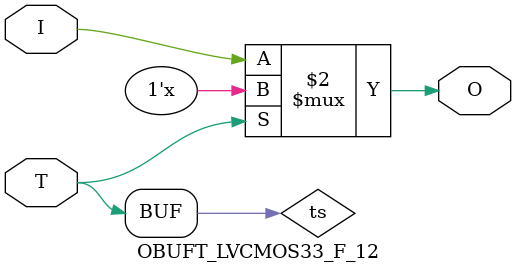
<source format=v>

/*

FUNCTION	: TRI-STATE OUTPUT BUFFER

*/

`celldefine
`timescale  100 ps / 10 ps

module OBUFT_LVCMOS33_F_12 (O, I, T);

    output O;

    input  I, T;

    or O1 (ts, 1'b0, T);
    bufif0 T1 (O, I, ts);

endmodule

</source>
